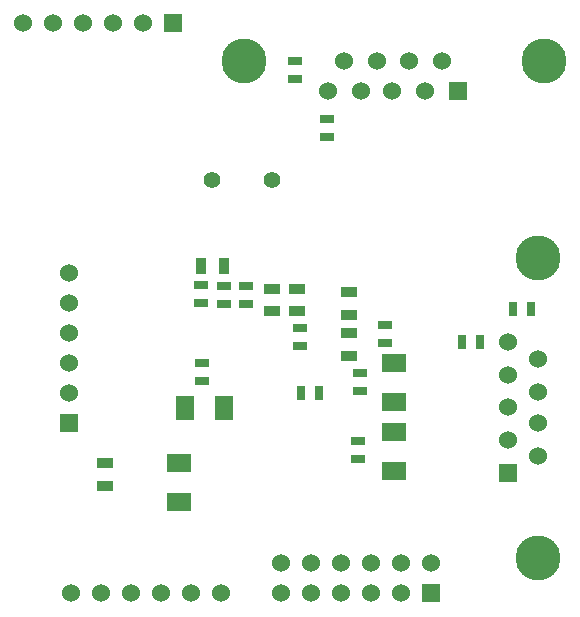
<source format=gbs>
G04 (created by PCBNEW (2013-07-07 BZR 4022)-stable) date 23/05/2015 20:04:57*
%MOIN*%
G04 Gerber Fmt 3.4, Leading zero omitted, Abs format*
%FSLAX34Y34*%
G01*
G70*
G90*
G04 APERTURE LIST*
%ADD10C,0.00590551*%
%ADD11R,0.08X0.06*%
%ADD12R,0.06X0.08*%
%ADD13R,0.055X0.035*%
%ADD14R,0.035X0.055*%
%ADD15R,0.045X0.025*%
%ADD16R,0.025X0.045*%
%ADD17R,0.06X0.06*%
%ADD18C,0.06*%
%ADD19C,0.056*%
%ADD20C,0.15*%
G04 APERTURE END LIST*
G54D10*
G54D11*
X55135Y-45830D03*
X55135Y-47130D03*
G54D12*
X55320Y-44000D03*
X56620Y-44000D03*
G54D11*
X62295Y-46090D03*
X62295Y-44790D03*
X62300Y-43810D03*
X62300Y-42510D03*
G54D13*
X60785Y-40145D03*
X60785Y-40895D03*
X52645Y-45850D03*
X52645Y-46600D03*
G54D14*
X56615Y-39260D03*
X55865Y-39260D03*
G54D13*
X60780Y-41510D03*
X60780Y-42260D03*
X58220Y-40030D03*
X58220Y-40780D03*
X59075Y-40780D03*
X59075Y-40030D03*
G54D15*
X61105Y-45710D03*
X61105Y-45110D03*
X61150Y-43425D03*
X61150Y-42825D03*
X60075Y-34955D03*
X60075Y-34355D03*
X58990Y-33050D03*
X58990Y-32450D03*
G54D16*
X64550Y-41820D03*
X65150Y-41820D03*
X66260Y-40690D03*
X66860Y-40690D03*
X59190Y-43510D03*
X59790Y-43510D03*
G54D15*
X55880Y-42505D03*
X55880Y-43105D03*
X56635Y-40525D03*
X56635Y-39925D03*
X57350Y-39925D03*
X57350Y-40525D03*
X59150Y-41335D03*
X59150Y-41935D03*
X55875Y-39915D03*
X55875Y-40515D03*
X61980Y-41825D03*
X61980Y-41225D03*
G54D17*
X51460Y-44510D03*
G54D18*
X51460Y-43510D03*
X51460Y-42510D03*
X51460Y-41510D03*
X51460Y-40510D03*
X51460Y-39510D03*
G54D19*
X56230Y-36410D03*
X58230Y-36410D03*
G54D20*
X67290Y-32445D03*
X57290Y-32445D03*
G54D17*
X64440Y-33445D03*
G54D18*
X63340Y-33445D03*
X62240Y-33445D03*
X61190Y-33445D03*
X60090Y-33445D03*
X60640Y-32445D03*
X61740Y-32445D03*
X62790Y-32445D03*
X63890Y-32445D03*
G54D20*
X67080Y-49020D03*
X67080Y-39020D03*
G54D17*
X66080Y-46170D03*
G54D18*
X66080Y-45070D03*
X66080Y-43970D03*
X66080Y-42920D03*
X66080Y-41820D03*
X67080Y-42370D03*
X67080Y-43470D03*
X67080Y-44520D03*
X67080Y-45620D03*
G54D17*
X54919Y-31180D03*
G54D18*
X53919Y-31180D03*
X52919Y-31180D03*
X51919Y-31180D03*
X50919Y-31180D03*
X49920Y-31180D03*
G54D17*
X63519Y-50180D03*
G54D18*
X62519Y-50180D03*
X61519Y-50180D03*
X60519Y-50180D03*
X59519Y-50180D03*
X58519Y-50180D03*
X56519Y-50180D03*
X54519Y-50180D03*
X53519Y-50180D03*
X52519Y-50180D03*
X51519Y-50180D03*
X55519Y-50180D03*
X58519Y-49180D03*
X59519Y-49180D03*
X60519Y-49180D03*
X61519Y-49180D03*
X62519Y-49180D03*
X63519Y-49180D03*
M02*

</source>
